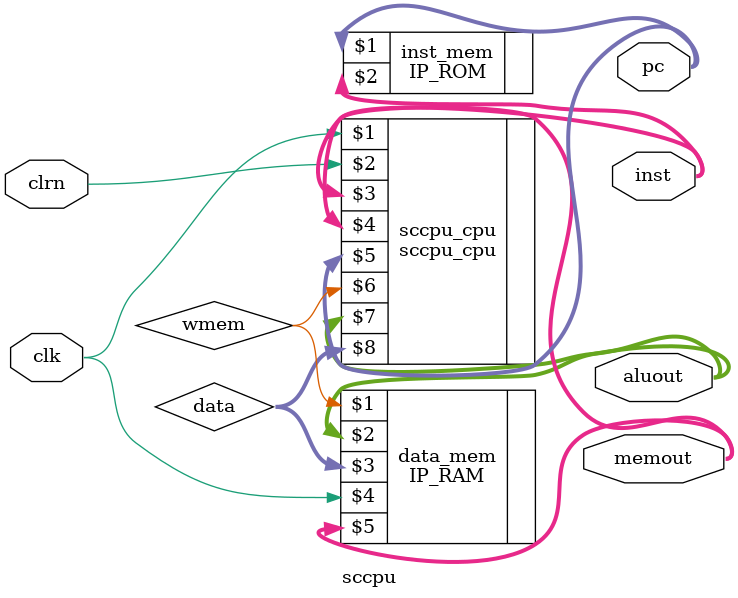
<source format=v>
`timescale 1ns / 1ps
module sccpu(
	input clk,
	input clrn,
	output [31:0] inst,
	output [31:0] pc,
	output [31:0] aluout,
	output [31:0] memout
    );
	 wire [31:0] data;
	 wire wmem;
	 
	 sccpu_cpu sccpu_cpu(clk,clrn,inst,memout,pc,wmem,aluout,data);
	 IP_ROM inst_mem(pc,inst);
	 IP_RAM data_mem(wmem,aluout,data,clk,memout);
endmodule

</source>
